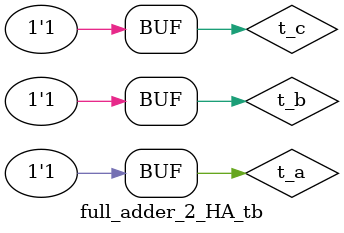
<source format=v>
`timescale 1ns / 1ns 
module full_adder_2_HA_tb; 
wire t_out_sum, t_out_carry; 
reg t_a, t_b, t_c; 
full_adder_join my_full_adder(.a(t_a), .b(t_b), .c(t_c), .fsum(t_out_sum), .fcarry_out(t_out_carry)); 
initial 
begin
 $dumpfile("fulladder_ha.vcd");
         $dumpvars;
 // 1 
t_a = 1'b0; 
t_b = 1'b0; 
t_c = 1'b0;
#5 //2 
t_a = 1'b0; 
t_b = 1'b0; 
t_c = 1'b1;
#5 //3 
t_a = 1'b0; 
t_b = 1'b1; 
t_c = 1'b0;
#5 //4 
t_a = 1'b0; 
t_b = 1'b1; 
t_c = 1'b1;
#5 //5 
t_a = 1'b1; 
t_b = 1'b0; 
t_c = 1'b0;
#5 //6 
t_a = 1'b1; 
t_b = 1'b0; 
t_c = 1'b1;
#5 //7 
t_a = 1'b1; 
t_b = 1'b1; 
t_c = 1'b0;
#5 //8
t_a = 1'b1; 
t_b = 1'b1; 
t_c = 1'b1;
end 
endmodule
</source>
